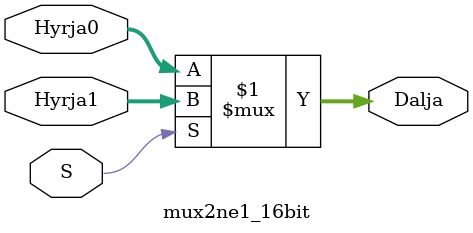
<source format=v>
`timescale 1ns / 1ps



module mux2ne1_16bit(
    input[15:0] Hyrja0,
    input[15:0] Hyrja1,
    input S,
    output[15:0] Dalja
    );
    
assign Dalja = S ? Hyrja1 : Hyrja0;

endmodule

</source>
